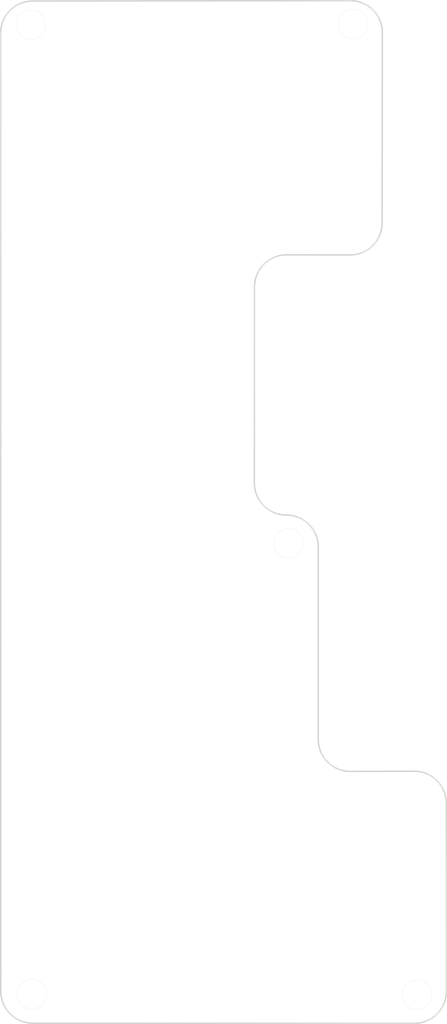
<source format=kicad_pcb>
(kicad_pcb (version 20221018) (generator pcbnew)
  (layers (0 "F.Cu" signal) (31 "B.Cu" signal) (34 "B.Paste" user) (35 "F.Paste" user) (36 "B.SilkS" user "B.Silkscreen") (37 "F.SilkS" user "F.Silkscreen") (38 "B.Mask" user) (39 "F.Mask" user) (44 "Edge.Cuts" user))
  (net 0 "")
  (footprint "kbd_Hole:m2_Screw_Hole_EdgeCuts" (layer "F.Cu") (at 35.435 33.045)
    (fp_text reference "Ref**" hide)
    (fp_text value "Val**" hide)
    (fp_circle (center 0 0) (end 1.1 0) (stroke (width 0.01)) (fill none) (layer "Edge.Cuts"))
  )
  (footprint "kbd_Hole:m2_Screw_Hole_EdgeCuts" (layer "F.Cu") (at 35.515 105.165)
    (fp_text reference "Ref**" hide)
    (fp_text value "Val**" hide)
    (fp_circle (center 0 0) (end 1.1 0) (stroke (width 0.01)) (fill none) (layer "Edge.Cuts"))
  )
  (footprint "kbd_Hole:m2_Screw_Hole_EdgeCuts" (layer "F.Cu") (at 64.195 105.205)
    (fp_text reference "Ref**" hide)
    (fp_text value "Val**" hide)
    (fp_circle (center 0 0) (end 1.1 0) (stroke (width 0.01)) (fill none) (layer "Edge.Cuts"))
  )
  (footprint "kbd_Hole:m2_Screw_Hole_EdgeCuts" (layer "F.Cu") (at 59.445 32.995)
    (fp_text reference "Ref**" hide)
    (fp_text value "Val**" hide)
    (fp_circle (center 0 0) (end 1.1 0) (stroke (width 0.01)) (fill none) (layer "Edge.Cuts"))
  )
  (footprint "kbd_Hole:m2_Screw_Hole_EdgeCuts" (layer "F.Cu") (at 54.625 71.625)
    (fp_text reference "Ref**" hide)
    (fp_text value "Val**" hide)
    (fp_circle (center 0 0) (end 1.1 0) (stroke (width 0.01)) (fill none) (layer "Edge.Cuts"))
  )
  (gr_arc (start 54.468798 69.522452) (mid 56.150684 70.217616) (end 56.847549 71.898798) (stroke (width 0.1)) (layer "Edge.Cuts"))
  (gr_arc (start 33.187548 33.66625) (mid 33.885 31.982452) (end 35.568798 31.285) (stroke (width 0.1)) (layer "Edge.Cuts"))
  (gr_arc (start 54.468798 69.522452) (mid 52.784999 68.825001) (end 52.087548 67.141202) (stroke (width 0.1)) (layer "Edge.Cuts"))
  (gr_line (start 59.221202 50.172452) (end 54.478798 50.167548) (stroke (width 0.1)) (layer "Edge.Cuts"))
  (gr_arc (start 64.001202 88.577548) (mid 65.685001 89.274999) (end 66.382452 90.958798) (stroke (width 0.1)) (layer "Edge.Cuts"))
  (gr_line (start 59.241201 31.257549) (end 35.568798 31.285) (stroke (width 0.1)) (layer "Edge.Cuts"))
  (gr_line (start 33.187548 33.66625) (end 33.197548 104.941202) (stroke (width 0.1)) (layer "Edge.Cuts"))
  (gr_arc (start 66.392452 104.951202) (mid 65.695001 106.635001) (end 64.011202 107.332452) (stroke (width 0.1)) (layer "Edge.Cuts"))
  (gr_arc (start 59.228798 88.592452) (mid 57.544999 87.895001) (end 56.847548 86.211202) (stroke (width 0.1)) (layer "Edge.Cuts"))
  (gr_line (start 66.382452 90.958798) (end 66.392452 104.951202) (stroke (width 0.1)) (layer "Edge.Cuts"))
  (gr_arc (start 59.241201 31.257549) (mid 60.925 31.955) (end 61.622451 33.638799) (stroke (width 0.1)) (layer "Edge.Cuts"))
  (gr_arc (start 61.602452 47.791202) (mid 60.905001 49.475001) (end 59.221202 50.172452) (stroke (width 0.1)) (layer "Edge.Cuts"))
  (gr_line (start 56.847549 71.898798) (end 56.847548 86.211202) (stroke (width 0.1)) (layer "Edge.Cuts"))
  (gr_line (start 59.228798 88.592452) (end 64.001202 88.577548) (stroke (width 0.1)) (layer "Edge.Cuts"))
  (gr_line (start 61.622451 33.638799) (end 61.602452 47.791202) (stroke (width 0.1)) (layer "Edge.Cuts"))
  (gr_line (start 52.097548 52.548798) (end 52.087548 67.141202) (stroke (width 0.1)) (layer "Edge.Cuts"))
  (gr_arc (start 52.097548 52.548798) (mid 52.794999 50.864999) (end 54.478798 50.167548) (stroke (width 0.1)) (layer "Edge.Cuts"))
  (gr_arc (start 35.578798 107.322452) (mid 33.894999 106.625001) (end 33.197548 104.941202) (stroke (width 0.1)) (layer "Edge.Cuts"))
  (gr_line (start 64.011202 107.332452) (end 35.578798 107.322452) (stroke (width 0.1)) (layer "Edge.Cuts"))
)
</source>
